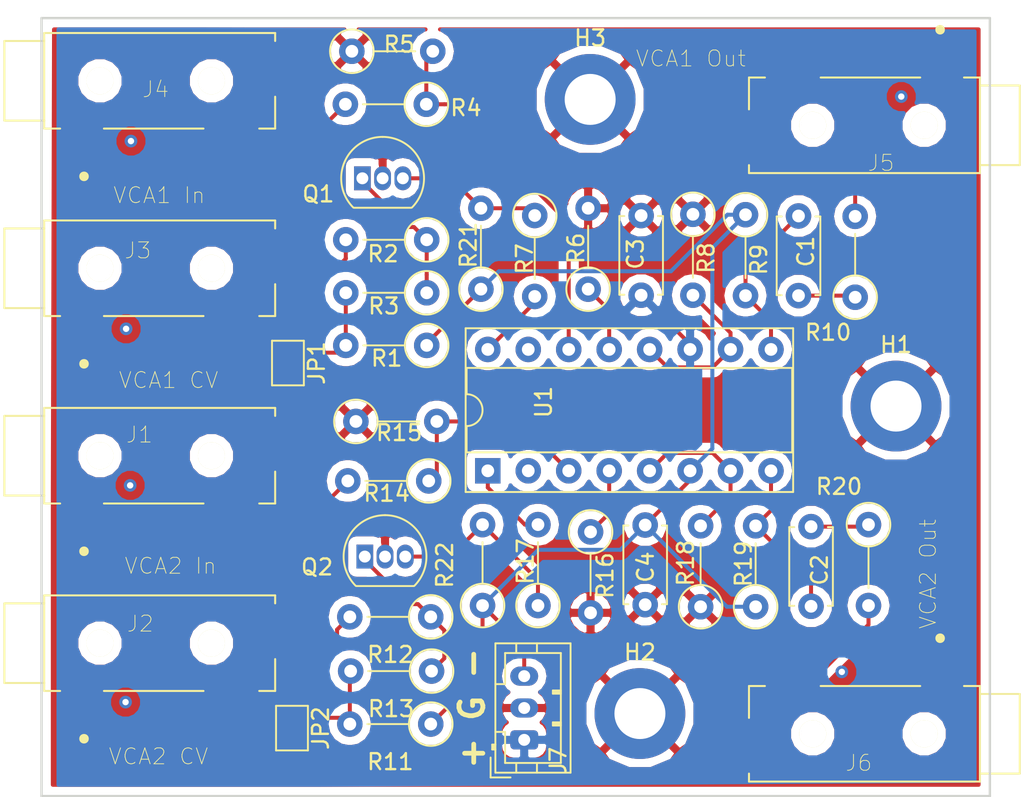
<source format=kicad_pcb>
(kicad_pcb (version 20171130) (host pcbnew "(5.1.0)-1")
  (layers (0 F.Cu signal) (31 B.Cu signal) (34 B.Paste user) (35 F.Paste user) (36 B.SilkS user) (37 F.SilkS user) (38 B.Mask user) (39 F.Mask user) (44 Edge.Cuts user))
  (net 0 "")
  (net 1 "Net-(C1-Pad1)")
  (net 2 "Net-(C1-Pad2)")
  (net 3 "Net-(C2-Pad2)")
  (net 4 "Net-(C2-Pad1)")
  (net 5 GND)
  (net 6 +9V)
  (net 7 -9V)
  (net 8 VCA1_CV2)
  (net 9 VCA1_CV1)
  (net 10 VCA2_CV1)
  (net 11 VCA2_CV2)
  (net 12 "Net-(Q1-Pad1)")
  (net 13 "Net-(Q1-Pad3)")
  (net 14 "Net-(Q2-Pad3)")
  (net 15 "Net-(Q2-Pad1)")
  (net 16 "Net-(R4-Pad1)")
  (net 17 VCA1_In)
  (net 18 "Net-(R6-Pad1)")
  (net 19 "Net-(R7-Pad2)")
  (net 20 "Net-(R8-Pad2)")
  (net 21 VCA1_Out)
  (net 22 VCA2_In)
  (net 23 "Net-(R14-Pad1)")
  (net 24 "Net-(R16-Pad1)")
  (net 25 "Net-(R17-Pad2)")
  (net 26 "Net-(R18-Pad2)")
  (net 27 VCA2_Out)
  (net 28 "Net-(U1-Pad2)")
  (net 29 "Net-(U1-Pad15)")
  (net 30 "Net-(J3-PadTN)")
  (net 31 "Net-(J4-PadTN)")
  (net 32 "Net-(J5-PadTN)")
  (net 33 "Net-(J6-PadTN)")
  (net 34 "Net-(J1-PadTN)")
  (net 35 "Net-(J2-PadTN)")
  (module Connector_JST:JST_PH_B3B-PH-K_1x03_P2.00mm_Vertical (layer F.Cu) (at 115.8494 111.0234 90)
    (fp_text reference J7 (at -1.2954 2.1336 90) (layer F.SilkS))
    (fp_text value Power)
    (fp_line (start -2.06 -1.81) (end -2.06 2.91) (layer F.SilkS) (width 0.12))
    (fp_line (start -2.06 2.91) (end 6.06 2.91) (layer F.SilkS) (width 0.12))
    (fp_line (start 6.06 2.91) (end 6.06 -1.81) (layer F.SilkS) (width 0.12))
    (fp_line (start 6.06 -1.81) (end -2.06 -1.81) (layer F.SilkS) (width 0.12))
    (fp_line (start -0.3 -1.81) (end -0.3 -2.01) (layer F.SilkS) (width 0.12))
    (fp_line (start -0.3 -2.01) (end -0.6 -2.01) (layer F.SilkS) (width 0.12))
    (fp_line (start -0.6 -2.01) (end -0.6 -1.81) (layer F.SilkS) (width 0.12))
    (fp_line (start -0.3 -1.91) (end -0.6 -1.91) (layer F.SilkS) (width 0.12))
    (fp_line (start 0.5 -1.81) (end 0.5 -1.2) (layer F.SilkS) (width 0.12))
    (fp_line (start 0.5 -1.2) (end -1.45 -1.2) (layer F.SilkS) (width 0.12))
    (fp_line (start -1.45 -1.2) (end -1.45 2.3) (layer F.SilkS) (width 0.12))
    (fp_line (start -1.45 2.3) (end 5.45 2.3) (layer F.SilkS) (width 0.12))
    (fp_line (start 5.45 2.3) (end 5.45 -1.2) (layer F.SilkS) (width 0.12))
    (fp_line (start 5.45 -1.2) (end 3.5 -1.2) (layer F.SilkS) (width 0.12))
    (fp_line (start 3.5 -1.2) (end 3.5 -1.81) (layer F.SilkS) (width 0.12))
    (fp_line (start -2.06 -0.5) (end -1.45 -0.5) (layer F.SilkS) (width 0.12))
    (fp_line (start -2.06 0.8) (end -1.45 0.8) (layer F.SilkS) (width 0.12))
    (fp_line (start 6.06 -0.5) (end 5.45 -0.5) (layer F.SilkS) (width 0.12))
    (fp_line (start 6.06 0.8) (end 5.45 0.8) (layer F.SilkS) (width 0.12))
    (fp_line (start 0.9 2.3) (end 0.9 1.8) (layer F.SilkS) (width 0.12))
    (fp_line (start 0.9 1.8) (end 1.1 1.8) (layer F.SilkS) (width 0.12))
    (fp_line (start 1.1 1.8) (end 1.1 2.3) (layer F.SilkS) (width 0.12))
    (fp_line (start 1 2.3) (end 1 1.8) (layer F.SilkS) (width 0.12))
    (fp_line (start 2.9 2.3) (end 2.9 1.8) (layer F.SilkS) (width 0.12))
    (fp_line (start 2.9 1.8) (end 3.1 1.8) (layer F.SilkS) (width 0.12))
    (fp_line (start 3.1 1.8) (end 3.1 2.3) (layer F.SilkS) (width 0.12))
    (fp_line (start 3 2.3) (end 3 1.8) (layer F.SilkS) (width 0.12))
    (fp_line (start -1.11 -2.11) (end -2.36 -2.11) (layer F.SilkS) (width 0.12))
    (fp_line (start -2.36 -2.11) (end -2.36 -0.86) (layer F.SilkS) (width 0.12))
    (pad 1 thru_hole roundrect (at 0 0 90) (size 1.2 1.75) (drill 0.75) (layers *.Cu *.Mask) (roundrect_rratio 0.208333) (net 6 +9V))
    (pad 2 thru_hole oval (at 2 0 90) (size 1.2 1.75) (drill 0.75) (layers *.Cu *.Mask) (net 5 GND))
    (pad 3 thru_hole oval (at 4 0 90) (size 1.2 1.75) (drill 0.75) (layers *.Cu *.Mask) (net 7 -9V))
  )
  (module MountingHole:MountingHole_3.2mm_M3_ISO7380_Pad (layer F.Cu) (at 139.192 90.0684)
    (fp_text reference H1 (at 0 -3.85) (layer F.SilkS))
    (fp_text value MountingHole_Pad)
    (pad 1 thru_hole circle (at 0 0) (size 5.7 5.7) (drill 3.2) (layers *.Cu *.Mask) (net 5 GND))
  )
  (module MountingHole:MountingHole_3.2mm_M3_ISO7380_Pad (layer F.Cu) (at 123.1138 109.3724)
    (fp_text reference H2 (at 0 -3.85) (layer F.SilkS))
    (fp_text value MountingHole_Pad)
    (pad 1 thru_hole circle (at 0 0) (size 5.7 5.7) (drill 3.2) (layers *.Cu *.Mask) (net 5 GND))
  )
  (module MountingHole:MountingHole_3.2mm_M3_ISO7380_Pad (layer F.Cu) (at 119.9896 70.8152)
    (fp_text reference H3 (at 0 -3.85) (layer F.SilkS))
    (fp_text value MountingHole_Pad)
    (pad 1 thru_hole circle (at 0 0) (size 5.7 5.7) (drill 3.2) (layers *.Cu *.Mask) (net 5 GND))
  )
  (module SJ2-3592B-SMT-TR:CUI_SJ2-3592B-SMT-TR (layer F.Cu) (at 137.2108 110.6424 180)
    (fp_text reference J6 (at 0.3556 -1.8288 180) (layer F.SilkS) (effects (font (size 1.00194 1.00194) (thickness 0.05))))
    (fp_text value "VCA2 Out" (at -3.9878 10.033 270) (layer F.SilkS) (effects (font (size 1.00016 1.00016) (thickness 0.05))))
    (fp_circle (center -4.75 6) (end -4.6 6) (layer F.SilkS) (width 0.3))
    (fp_line (start -7.25 -2.5) (end -9.75 -2.5) (layer F.SilkS) (width 0.127))
    (fp_line (start -9.75 -2.5) (end -9.75 2.5) (layer F.SilkS) (width 0.127))
    (fp_line (start -9.75 2.5) (end -7.25 2.5) (layer F.SilkS) (width 0.127))
    (fp_line (start -7.25 2.5) (end -7.25 3) (layer F.SilkS) (width 0.127))
    (fp_line (start -7.25 3) (end -6.25 3) (layer F.SilkS) (width 0.127))
    (fp_line (start -7.25 2.5) (end -7.25 -3) (layer F.SilkS) (width 0.127))
    (fp_line (start -7.25 -3) (end 7.25 -3) (layer F.SilkS) (width 0.127))
    (fp_line (start 7.25 -3) (end 7.25 -2.5) (layer F.SilkS) (width 0.127))
    (fp_line (start 7.25 1) (end 7.25 3) (layer F.SilkS) (width 0.127))
    (fp_line (start 7.25 3) (end 6.25 3) (layer F.SilkS) (width 0.127))
    (fp_line (start -3.5 3) (end 2.75 3) (layer F.SilkS) (width 0.127))
    (pad S smd rect (at -4.85 3.7 180) (size 2.2 2.8) (layers F.Cu F.Paste F.Mask) (net 5 GND))
    (pad T smd rect (at 4.55 3.7 180) (size 2.8 2.8) (layers F.Cu F.Paste F.Mask) (net 27 VCA2_Out))
    (pad TN smd rect (at 8.55 -0.75 180) (size 2.6 2.8) (layers F.Cu F.Paste F.Mask) (net 33 "Net-(J6-PadTN)"))
    (pad Hole np_thru_hole circle (at -3.75 0 180) (size 1.7 1.7) (drill 1.7) (layers *.Cu *.Mask F.SilkS))
    (pad Hole np_thru_hole circle (at 3.25 0 180) (size 1.7 1.7) (drill 1.7) (layers *.Cu *.Mask F.SilkS))
  )
  (module Capacitor_THT:C_Disc_D4.7mm_W2.5mm_P5.00mm (layer F.Cu) (at 133.0706 83.1342 90)
    (fp_text reference C1 (at 2.7686 0.4572 90) (layer F.SilkS))
    (fp_text value 2.2uF)
    (fp_line (start 0.03 -1.37) (end 4.97 -1.37) (layer F.SilkS) (width 0.12))
    (fp_line (start 0.03 1.37) (end 4.97 1.37) (layer F.SilkS) (width 0.12))
    (fp_line (start 0.03 -1.37) (end 0.03 -1.055) (layer F.SilkS) (width 0.12))
    (fp_line (start 0.03 1.055) (end 0.03 1.37) (layer F.SilkS) (width 0.12))
    (fp_line (start 4.97 -1.37) (end 4.97 -1.055) (layer F.SilkS) (width 0.12))
    (fp_line (start 4.97 1.055) (end 4.97 1.37) (layer F.SilkS) (width 0.12))
    (pad 1 thru_hole circle (at 0 0 90) (size 1.6 1.6) (drill 0.8) (layers *.Cu *.Mask) (net 1 "Net-(C1-Pad1)"))
    (pad 2 thru_hole circle (at 5 0 90) (size 1.6 1.6) (drill 0.8) (layers *.Cu *.Mask) (net 2 "Net-(C1-Pad2)"))
  )
  (module Capacitor_THT:C_Disc_D4.7mm_W2.5mm_P5.00mm (layer F.Cu) (at 133.858 97.6376 270)
    (fp_text reference C2 (at 2.7178 -0.5334 270) (layer F.SilkS))
    (fp_text value 2.2uF)
    (fp_line (start 4.97 1.055) (end 4.97 1.37) (layer F.SilkS) (width 0.12))
    (fp_line (start 4.97 -1.37) (end 4.97 -1.055) (layer F.SilkS) (width 0.12))
    (fp_line (start 0.03 1.055) (end 0.03 1.37) (layer F.SilkS) (width 0.12))
    (fp_line (start 0.03 -1.37) (end 0.03 -1.055) (layer F.SilkS) (width 0.12))
    (fp_line (start 0.03 1.37) (end 4.97 1.37) (layer F.SilkS) (width 0.12))
    (fp_line (start 0.03 -1.37) (end 4.97 -1.37) (layer F.SilkS) (width 0.12))
    (pad 2 thru_hole circle (at 5 0 270) (size 1.6 1.6) (drill 0.8) (layers *.Cu *.Mask) (net 3 "Net-(C2-Pad2)"))
    (pad 1 thru_hole circle (at 0 0 270) (size 1.6 1.6) (drill 0.8) (layers *.Cu *.Mask) (net 4 "Net-(C2-Pad1)"))
  )
  (module Capacitor_THT:C_Disc_D4.7mm_W2.5mm_P5.00mm (layer F.Cu) (at 123.19 83.1088 90)
    (fp_text reference C3 (at 2.5908 -0.3556 90) (layer F.SilkS))
    (fp_text value 0.10uF)
    (fp_line (start 4.97 1.055) (end 4.97 1.37) (layer F.SilkS) (width 0.12))
    (fp_line (start 4.97 -1.37) (end 4.97 -1.055) (layer F.SilkS) (width 0.12))
    (fp_line (start 0.03 1.055) (end 0.03 1.37) (layer F.SilkS) (width 0.12))
    (fp_line (start 0.03 -1.37) (end 0.03 -1.055) (layer F.SilkS) (width 0.12))
    (fp_line (start 0.03 1.37) (end 4.97 1.37) (layer F.SilkS) (width 0.12))
    (fp_line (start 0.03 -1.37) (end 4.97 -1.37) (layer F.SilkS) (width 0.12))
    (pad 2 thru_hole circle (at 5 0 90) (size 1.6 1.6) (drill 0.8) (layers *.Cu *.Mask) (net 5 GND))
    (pad 1 thru_hole circle (at 0 0 90) (size 1.6 1.6) (drill 0.8) (layers *.Cu *.Mask) (net 6 +9V))
  )
  (module Capacitor_THT:C_Disc_D4.7mm_W2.5mm_P5.00mm (layer F.Cu) (at 123.444 97.536 270)
    (fp_text reference C4 (at 2.6416 -0.0254 270) (layer F.SilkS))
    (fp_text value 0.10uF)
    (fp_line (start 0.03 -1.37) (end 4.97 -1.37) (layer F.SilkS) (width 0.12))
    (fp_line (start 0.03 1.37) (end 4.97 1.37) (layer F.SilkS) (width 0.12))
    (fp_line (start 0.03 -1.37) (end 0.03 -1.055) (layer F.SilkS) (width 0.12))
    (fp_line (start 0.03 1.055) (end 0.03 1.37) (layer F.SilkS) (width 0.12))
    (fp_line (start 4.97 -1.37) (end 4.97 -1.055) (layer F.SilkS) (width 0.12))
    (fp_line (start 4.97 1.055) (end 4.97 1.37) (layer F.SilkS) (width 0.12))
    (pad 1 thru_hole circle (at 0 0 270) (size 1.6 1.6) (drill 0.8) (layers *.Cu *.Mask) (net 7 -9V))
    (pad 2 thru_hole circle (at 5 0 270) (size 1.6 1.6) (drill 0.8) (layers *.Cu *.Mask) (net 5 GND))
  )
  (module SJ2-3592B-SMT-TR:CUI_SJ2-3592B-SMT-TR (layer F.Cu) (at 92.964 93.184132)
    (fp_text reference J1 (at -1.27 -1.3208) (layer F.SilkS) (effects (font (size 1.00194 1.00194) (thickness 0.05))))
    (fp_text value "VCA2 In" (at 0.6858 6.917268) (layer F.SilkS) (effects (font (size 1.00016 1.00016) (thickness 0.05))))
    (fp_line (start -3.5 3) (end 2.75 3) (layer F.SilkS) (width 0.127))
    (fp_line (start 7.25 3) (end 6.25 3) (layer F.SilkS) (width 0.127))
    (fp_line (start 7.25 1) (end 7.25 3) (layer F.SilkS) (width 0.127))
    (fp_line (start 7.25 -3) (end 7.25 -2.5) (layer F.SilkS) (width 0.127))
    (fp_line (start -7.25 -3) (end 7.25 -3) (layer F.SilkS) (width 0.127))
    (fp_line (start -7.25 2.5) (end -7.25 -3) (layer F.SilkS) (width 0.127))
    (fp_line (start -7.25 3) (end -6.25 3) (layer F.SilkS) (width 0.127))
    (fp_line (start -7.25 2.5) (end -7.25 3) (layer F.SilkS) (width 0.127))
    (fp_line (start -9.75 2.5) (end -7.25 2.5) (layer F.SilkS) (width 0.127))
    (fp_line (start -9.75 -2.5) (end -9.75 2.5) (layer F.SilkS) (width 0.127))
    (fp_line (start -7.25 -2.5) (end -9.75 -2.5) (layer F.SilkS) (width 0.127))
    (fp_circle (center -4.75 6) (end -4.6 6) (layer F.SilkS) (width 0.3))
    (pad Hole np_thru_hole circle (at 3.25 0) (size 1.7 1.7) (drill 1.7) (layers *.Cu *.Mask F.SilkS))
    (pad Hole np_thru_hole circle (at -3.75 0) (size 1.7 1.7) (drill 1.7) (layers *.Cu *.Mask F.SilkS))
    (pad TN smd rect (at 8.55 -0.75) (size 2.6 2.8) (layers F.Cu F.Paste F.Mask) (net 34 "Net-(J1-PadTN)"))
    (pad T smd rect (at 4.55 3.7) (size 2.8 2.8) (layers F.Cu F.Paste F.Mask) (net 22 VCA2_In))
    (pad S smd rect (at -4.85 3.7) (size 2.2 2.8) (layers F.Cu F.Paste F.Mask) (net 5 GND))
  )
  (module SJ2-3592B-SMT-TR:CUI_SJ2-3592B-SMT-TR (layer F.Cu) (at 92.964 104.9528)
    (fp_text reference J2 (at -1.2192 -1.2192) (layer F.SilkS) (effects (font (size 1.00194 1.00194) (thickness 0.05))))
    (fp_text value "VCA2 CV" (at -0.0762 7.112) (layer F.SilkS) (effects (font (size 1.00016 1.00016) (thickness 0.05))))
    (fp_line (start -3.5 3) (end 2.75 3) (layer F.SilkS) (width 0.127))
    (fp_line (start 7.25 3) (end 6.25 3) (layer F.SilkS) (width 0.127))
    (fp_line (start 7.25 1) (end 7.25 3) (layer F.SilkS) (width 0.127))
    (fp_line (start 7.25 -3) (end 7.25 -2.5) (layer F.SilkS) (width 0.127))
    (fp_line (start -7.25 -3) (end 7.25 -3) (layer F.SilkS) (width 0.127))
    (fp_line (start -7.25 2.5) (end -7.25 -3) (layer F.SilkS) (width 0.127))
    (fp_line (start -7.25 3) (end -6.25 3) (layer F.SilkS) (width 0.127))
    (fp_line (start -7.25 2.5) (end -7.25 3) (layer F.SilkS) (width 0.127))
    (fp_line (start -9.75 2.5) (end -7.25 2.5) (layer F.SilkS) (width 0.127))
    (fp_line (start -9.75 -2.5) (end -9.75 2.5) (layer F.SilkS) (width 0.127))
    (fp_line (start -7.25 -2.5) (end -9.75 -2.5) (layer F.SilkS) (width 0.127))
    (fp_circle (center -4.75 6) (end -4.6 6) (layer F.SilkS) (width 0.3))
    (pad Hole np_thru_hole circle (at 3.25 0) (size 1.7 1.7) (drill 1.7) (layers *.Cu *.Mask F.SilkS))
    (pad Hole np_thru_hole circle (at -3.75 0) (size 1.7 1.7) (drill 1.7) (layers *.Cu *.Mask F.SilkS))
    (pad TN smd rect (at 8.55 -0.75) (size 2.6 2.8) (layers F.Cu F.Paste F.Mask) (net 35 "Net-(J2-PadTN)"))
    (pad T smd rect (at 4.55 3.7) (size 2.8 2.8) (layers F.Cu F.Paste F.Mask) (net 10 VCA2_CV1))
    (pad S smd rect (at -4.85 3.7) (size 2.2 2.8) (layers F.Cu F.Paste F.Mask) (net 5 GND))
  )
  (module SJ2-3592B-SMT-TR:CUI_SJ2-3592B-SMT-TR (layer F.Cu) (at 92.964 81.415466)
    (fp_text reference J3 (at -1.3716 -1.1176) (layer F.SilkS) (effects (font (size 1.00194 1.00194) (thickness 0.05))))
    (fp_text value "VCA1 CV" (at 0.5588 7.027334) (layer F.SilkS) (effects (font (size 1.00016 1.00016) (thickness 0.05))))
    (fp_circle (center -4.75 6) (end -4.6 6) (layer F.SilkS) (width 0.3))
    (fp_line (start -7.25 -2.5) (end -9.75 -2.5) (layer F.SilkS) (width 0.127))
    (fp_line (start -9.75 -2.5) (end -9.75 2.5) (layer F.SilkS) (width 0.127))
    (fp_line (start -9.75 2.5) (end -7.25 2.5) (layer F.SilkS) (width 0.127))
    (fp_line (start -7.25 2.5) (end -7.25 3) (layer F.SilkS) (width 0.127))
    (fp_line (start -7.25 3) (end -6.25 3) (layer F.SilkS) (width 0.127))
    (fp_line (start -7.25 2.5) (end -7.25 -3) (layer F.SilkS) (width 0.127))
    (fp_line (start -7.25 -3) (end 7.25 -3) (layer F.SilkS) (width 0.127))
    (fp_line (start 7.25 -3) (end 7.25 -2.5) (layer F.SilkS) (width 0.127))
    (fp_line (start 7.25 1) (end 7.25 3) (layer F.SilkS) (width 0.127))
    (fp_line (start 7.25 3) (end 6.25 3) (layer F.SilkS) (width 0.127))
    (fp_line (start -3.5 3) (end 2.75 3) (layer F.SilkS) (width 0.127))
    (pad S smd rect (at -4.85 3.7) (size 2.2 2.8) (layers F.Cu F.Paste F.Mask) (net 5 GND))
    (pad T smd rect (at 4.55 3.7) (size 2.8 2.8) (layers F.Cu F.Paste F.Mask) (net 9 VCA1_CV1))
    (pad TN smd rect (at 8.55 -0.75) (size 2.6 2.8) (layers F.Cu F.Paste F.Mask) (net 30 "Net-(J3-PadTN)"))
    (pad Hole np_thru_hole circle (at -3.75 0) (size 1.7 1.7) (drill 1.7) (layers *.Cu *.Mask F.SilkS))
    (pad Hole np_thru_hole circle (at 3.25 0) (size 1.7 1.7) (drill 1.7) (layers *.Cu *.Mask F.SilkS))
  )
  (module SJ2-3592B-SMT-TR:CUI_SJ2-3592B-SMT-TR (layer F.Cu) (at 92.964 69.6468)
    (fp_text reference J4 (at -0.254 0.534999) (layer F.SilkS) (effects (font (size 1.00194 1.00194) (thickness 0.05))))
    (fp_text value "VCA1 In" (at -0.0254 7.1882) (layer F.SilkS) (effects (font (size 1.00016 1.00016) (thickness 0.05))))
    (fp_circle (center -4.75 6) (end -4.6 6) (layer F.SilkS) (width 0.3))
    (fp_line (start -7.25 -2.5) (end -9.75 -2.5) (layer F.SilkS) (width 0.127))
    (fp_line (start -9.75 -2.5) (end -9.75 2.5) (layer F.SilkS) (width 0.127))
    (fp_line (start -9.75 2.5) (end -7.25 2.5) (layer F.SilkS) (width 0.127))
    (fp_line (start -7.25 2.5) (end -7.25 3) (layer F.SilkS) (width 0.127))
    (fp_line (start -7.25 3) (end -6.25 3) (layer F.SilkS) (width 0.127))
    (fp_line (start -7.25 2.5) (end -7.25 -3) (layer F.SilkS) (width 0.127))
    (fp_line (start -7.25 -3) (end 7.25 -3) (layer F.SilkS) (width 0.127))
    (fp_line (start 7.25 -3) (end 7.25 -2.5) (layer F.SilkS) (width 0.127))
    (fp_line (start 7.25 1) (end 7.25 3) (layer F.SilkS) (width 0.127))
    (fp_line (start 7.25 3) (end 6.25 3) (layer F.SilkS) (width 0.127))
    (fp_line (start -3.5 3) (end 2.75 3) (layer F.SilkS) (width 0.127))
    (pad S smd rect (at -4.85 3.7) (size 2.2 2.8) (layers F.Cu F.Paste F.Mask) (net 5 GND))
    (pad T smd rect (at 4.55 3.7) (size 2.8 2.8) (layers F.Cu F.Paste F.Mask) (net 17 VCA1_In))
    (pad TN smd rect (at 8.55 -0.75) (size 2.6 2.8) (layers F.Cu F.Paste F.Mask) (net 31 "Net-(J4-PadTN)"))
    (pad Hole np_thru_hole circle (at -3.75 0) (size 1.7 1.7) (drill 1.7) (layers *.Cu *.Mask F.SilkS))
    (pad Hole np_thru_hole circle (at 3.25 0) (size 1.7 1.7) (drill 1.7) (layers *.Cu *.Mask F.SilkS))
  )
  (module SJ2-3592B-SMT-TR:CUI_SJ2-3592B-SMT-TR (layer F.Cu) (at 137.2108 72.4408 180)
    (fp_text reference J5 (at -1.0414 -2.3622 180) (layer F.SilkS) (effects (font (size 1.00194 1.00194) (thickness 0.05))))
    (fp_text value "VCA1 Out" (at 10.8966 4.191 180) (layer F.SilkS) (effects (font (size 1.00016 1.00016) (thickness 0.05))))
    (fp_line (start -3.5 3) (end 2.75 3) (layer F.SilkS) (width 0.127))
    (fp_line (start 7.25 3) (end 6.25 3) (layer F.SilkS) (width 0.127))
    (fp_line (start 7.25 1) (end 7.25 3) (layer F.SilkS) (width 0.127))
    (fp_line (start 7.25 -3) (end 7.25 -2.5) (layer F.SilkS) (width 0.127))
    (fp_line (start -7.25 -3) (end 7.25 -3) (layer F.SilkS) (width 0.127))
    (fp_line (start -7.25 2.5) (end -7.25 -3) (layer F.SilkS) (width 0.127))
    (fp_line (start -7.25 3) (end -6.25 3) (layer F.SilkS) (width 0.127))
    (fp_line (start -7.25 2.5) (end -7.25 3) (layer F.SilkS) (width 0.127))
    (fp_line (start -9.75 2.5) (end -7.25 2.5) (layer F.SilkS) (width 0.127))
    (fp_line (start -9.75 -2.5) (end -9.75 2.5) (layer F.SilkS) (width 0.127))
    (fp_line (start -7.25 -2.5) (end -9.75 -2.5) (layer F.SilkS) (width 0.127))
    (fp_circle (center -4.75 6) (end -4.6 6) (layer F.SilkS) (width 0.3))
    (pad Hole np_thru_hole circle (at 3.25 0 180) (size 1.7 1.7) (drill 1.7) (layers *.Cu *.Mask F.SilkS))
    (pad Hole np_thru_hole circle (at -3.75 0 180) (size 1.7 1.7) (drill 1.7) (layers *.Cu *.Mask F.SilkS))
    (pad TN smd rect (at 8.55 -0.75 180) (size 2.6 2.8) (layers F.Cu F.Paste F.Mask) (net 32 "Net-(J5-PadTN)"))
    (pad T smd rect (at 4.55 3.7 180) (size 2.8 2.8) (layers F.Cu F.Paste F.Mask) (net 21 VCA1_Out))
    (pad S smd rect (at -4.85 3.7 180) (size 2.2 2.8) (layers F.Cu F.Paste F.Mask) (net 5 GND))
  )
  (module Jumper:SolderJumper-2_P1.3mm_Open_Pad1.0x1.5mm (layer F.Cu) (at 101.0158 87.3656 270)
    (fp_text reference JP1 (at 0 -1.8 270) (layer F.SilkS))
    (fp_text value Jumper_NO_Small)
    (fp_line (start -1.4 -1) (end 1.4 -1) (layer F.SilkS) (width 0.12))
    (fp_line (start 1.4 -1) (end 1.4 1) (layer F.SilkS) (width 0.12))
    (fp_line (start 1.4 1) (end -1.4 1) (layer F.SilkS) (width 0.12))
    (fp_line (start -1.4 1) (end -1.4 -1) (layer F.SilkS) (width 0.12))
    (pad 1 smd rect (at -0.65 0 270) (size 1 1.5) (layers F.Cu F.Mask) (net 8 VCA1_CV2))
    (pad 2 smd rect (at 0.65 0 270) (size 1 1.5) (layers F.Cu F.Mask) (net 9 VCA1_CV1))
  )
  (module Jumper:SolderJumper-2_P1.3mm_Open_Pad1.0x1.5mm (layer F.Cu) (at 101.2698 110.2868 270)
    (fp_text reference JP2 (at 0 -1.8 270) (layer F.SilkS))
    (fp_text value Jumper_NO_Small)
    (fp_line (start -1.4 1) (end -1.4 -1) (layer F.SilkS) (width 0.12))
    (fp_line (start 1.4 1) (end -1.4 1) (layer F.SilkS) (width 0.12))
    (fp_line (start 1.4 -1) (end 1.4 1) (layer F.SilkS) (width 0.12))
    (fp_line (start -1.4 -1) (end 1.4 -1) (layer F.SilkS) (width 0.12))
    (pad 2 smd rect (at 0.65 0 270) (size 1 1.5) (layers F.Cu F.Mask) (net 10 VCA2_CV1))
    (pad 1 smd rect (at -0.65 0 270) (size 1 1.5) (layers F.Cu F.Mask) (net 11 VCA2_CV2))
  )
  (module Package_TO_SOT_THT:TO-92_Inline (layer F.Cu) (at 105.6894 75.7682)
    (fp_text reference Q1 (at -2.7686 0.9906) (layer F.SilkS))
    (fp_text value 2N3906)
    (fp_arc (start 1.27 0) (end 1.27 -2.6) (angle 135) (layer F.SilkS) (width 0.12))
    (fp_arc (start 1.27 0) (end 1.27 -2.6) (angle -135) (layer F.SilkS) (width 0.12))
    (fp_line (start -0.53 1.85) (end 3.07 1.85) (layer F.SilkS) (width 0.12))
    (pad 1 thru_hole rect (at 0 0) (size 1.05 1.5) (drill 0.75) (layers *.Cu *.Mask) (net 12 "Net-(Q1-Pad1)"))
    (pad 3 thru_hole oval (at 2.54 0) (size 1.05 1.5) (drill 0.75) (layers *.Cu *.Mask) (net 13 "Net-(Q1-Pad3)"))
    (pad 2 thru_hole oval (at 1.27 0) (size 1.05 1.5) (drill 0.75) (layers *.Cu *.Mask) (net 5 GND))
  )
  (module Package_TO_SOT_THT:TO-92_Inline (layer F.Cu) (at 105.8418 99.5172)
    (fp_text reference Q2 (at -2.9972 0.6604) (layer F.SilkS))
    (fp_text value 2N3906)
    (fp_line (start -0.53 1.85) (end 3.07 1.85) (layer F.SilkS) (width 0.12))
    (fp_arc (start 1.27 0) (end 1.27 -2.6) (angle -135) (layer F.SilkS) (width 0.12))
    (fp_arc (start 1.27 0) (end 1.27 -2.6) (angle 135) (layer F.SilkS) (width 0.12))
    (pad 2 thru_hole oval (at 1.27 0) (size 1.05 1.5) (drill 0.75) (layers *.Cu *.Mask) (net 5 GND))
    (pad 3 thru_hole oval (at 2.54 0) (size 1.05 1.5) (drill 0.75) (layers *.Cu *.Mask) (net 14 "Net-(Q2-Pad3)"))
    (pad 1 thru_hole rect (at 0 0) (size 1.05 1.5) (drill 0.75) (layers *.Cu *.Mask) (net 15 "Net-(Q2-Pad1)"))
  )
  (module Resistor_THT:R_Axial_DIN0207_L6.3mm_D2.5mm_P5.08mm_Vertical (layer F.Cu) (at 109.728 86.2584 180)
    (fp_text reference R1 (at 2.5146 -0.8128 180) (layer F.SilkS))
    (fp_text value 499k)
    (fp_line (start 1.37 0) (end 3.98 0) (layer F.SilkS) (width 0.12))
    (fp_circle (center 0 0) (end 1.37 0) (layer F.SilkS) (width 0.12))
    (pad 2 thru_hole oval (at 5.08 0 180) (size 1.6 1.6) (drill 0.8) (layers *.Cu *.Mask) (net 8 VCA1_CV2))
    (pad 1 thru_hole circle (at 0 0 180) (size 1.6 1.6) (drill 0.8) (layers *.Cu *.Mask) (net 7 -9V))
  )
  (module Resistor_THT:R_Axial_DIN0207_L6.3mm_D2.5mm_P5.08mm_Vertical (layer F.Cu) (at 109.728 79.629 180)
    (fp_text reference R2 (at 2.7432 -0.889 180) (layer F.SilkS))
    (fp_text value 10k)
    (fp_line (start 1.37 0) (end 3.98 0) (layer F.SilkS) (width 0.12))
    (fp_circle (center 0 0) (end 1.37 0) (layer F.SilkS) (width 0.12))
    (pad 2 thru_hole oval (at 5.08 0 180) (size 1.6 1.6) (drill 0.8) (layers *.Cu *.Mask) (net 9 VCA1_CV1))
    (pad 1 thru_hole circle (at 0 0 180) (size 1.6 1.6) (drill 0.8) (layers *.Cu *.Mask) (net 12 "Net-(Q1-Pad1)"))
  )
  (module Resistor_THT:R_Axial_DIN0207_L6.3mm_D2.5mm_P5.08mm_Vertical (layer F.Cu) (at 109.728 82.9564 180)
    (fp_text reference R3 (at 2.6924 -0.8382 180) (layer F.SilkS))
    (fp_text value 10k)
    (fp_circle (center 0 0) (end 1.37 0) (layer F.SilkS) (width 0.12))
    (fp_line (start 1.37 0) (end 3.98 0) (layer F.SilkS) (width 0.12))
    (pad 1 thru_hole circle (at 0 0 180) (size 1.6 1.6) (drill 0.8) (layers *.Cu *.Mask) (net 12 "Net-(Q1-Pad1)"))
    (pad 2 thru_hole oval (at 5.08 0 180) (size 1.6 1.6) (drill 0.8) (layers *.Cu *.Mask) (net 8 VCA1_CV2))
  )
  (module Resistor_THT:R_Axial_DIN0207_L6.3mm_D2.5mm_P5.08mm_Vertical (layer F.Cu) (at 109.7026 71.12 180)
    (fp_text reference R4 (at -2.4892 -0.2286 180) (layer F.SilkS))
    (fp_text value 33.2k)
    (fp_circle (center 0 0) (end 1.37 0) (layer F.SilkS) (width 0.12))
    (fp_line (start 1.37 0) (end 3.98 0) (layer F.SilkS) (width 0.12))
    (pad 1 thru_hole circle (at 0 0 180) (size 1.6 1.6) (drill 0.8) (layers *.Cu *.Mask) (net 16 "Net-(R4-Pad1)"))
    (pad 2 thru_hole oval (at 5.08 0 180) (size 1.6 1.6) (drill 0.8) (layers *.Cu *.Mask) (net 17 VCA1_In))
  )
  (module Resistor_THT:R_Axial_DIN0207_L6.3mm_D2.5mm_P5.08mm_Vertical (layer F.Cu) (at 105.029 67.7926)
    (fp_text reference R5 (at 2.9718 -0.4318) (layer F.SilkS))
    (fp_text value 681R)
    (fp_line (start 1.37 0) (end 3.98 0) (layer F.SilkS) (width 0.12))
    (fp_circle (center 0 0) (end 1.37 0) (layer F.SilkS) (width 0.12))
    (pad 2 thru_hole oval (at 5.08 0) (size 1.6 1.6) (drill 0.8) (layers *.Cu *.Mask) (net 16 "Net-(R4-Pad1)"))
    (pad 1 thru_hole circle (at 0 0) (size 1.6 1.6) (drill 0.8) (layers *.Cu *.Mask) (net 5 GND))
  )
  (module Resistor_THT:R_Axial_DIN0207_L6.3mm_D2.5mm_P5.08mm_Vertical (layer F.Cu) (at 119.8626 82.7278 90)
    (fp_text reference R6 (at 2.5654 -0.762 90) (layer F.SilkS))
    (fp_text value 681R)
    (fp_circle (center 0 0) (end 1.37 0) (layer F.SilkS) (width 0.12))
    (fp_line (start 1.37 0) (end 3.98 0) (layer F.SilkS) (width 0.12))
    (pad 1 thru_hole circle (at 0 0 90) (size 1.6 1.6) (drill 0.8) (layers *.Cu *.Mask) (net 18 "Net-(R6-Pad1)"))
    (pad 2 thru_hole oval (at 5.08 0 90) (size 1.6 1.6) (drill 0.8) (layers *.Cu *.Mask) (net 5 GND))
  )
  (module Resistor_THT:R_Axial_DIN0207_L6.3mm_D2.5mm_P5.08mm_Vertical (layer F.Cu) (at 116.5098 78.105 270)
    (fp_text reference R7 (at 2.7178 0.635 270) (layer F.SilkS))
    (fp_text value 10k)
    (fp_circle (center 0 0) (end 1.37 0) (layer F.SilkS) (width 0.12))
    (fp_line (start 1.37 0) (end 3.98 0) (layer F.SilkS) (width 0.12))
    (pad 1 thru_hole circle (at 0 0 270) (size 1.6 1.6) (drill 0.8) (layers *.Cu *.Mask) (net 13 "Net-(Q1-Pad3)"))
    (pad 2 thru_hole oval (at 5.08 0 270) (size 1.6 1.6) (drill 0.8) (layers *.Cu *.Mask) (net 19 "Net-(R7-Pad2)"))
  )
  (module Resistor_THT:R_Axial_DIN0207_L6.3mm_D2.5mm_P5.08mm_Vertical (layer F.Cu) (at 126.4412 78.0288 270)
    (fp_text reference R8 (at 2.7432 -0.8382 270) (layer F.SilkS))
    (fp_text value 4.99k)
    (fp_line (start 1.37 0) (end 3.98 0) (layer F.SilkS) (width 0.12))
    (fp_circle (center 0 0) (end 1.37 0) (layer F.SilkS) (width 0.12))
    (pad 2 thru_hole oval (at 5.08 0 270) (size 1.6 1.6) (drill 0.8) (layers *.Cu *.Mask) (net 20 "Net-(R8-Pad2)"))
    (pad 1 thru_hole circle (at 0 0 270) (size 1.6 1.6) (drill 0.8) (layers *.Cu *.Mask) (net 5 GND))
  )
  (module Resistor_THT:R_Axial_DIN0207_L6.3mm_D2.5mm_P5.08mm_Vertical (layer F.Cu) (at 129.7432 78.0542 270)
    (fp_text reference R9 (at 2.8194 -0.8382 270) (layer F.SilkS))
    (fp_text value 12,1k)
    (fp_circle (center 0 0) (end 1.37 0) (layer F.SilkS) (width 0.12))
    (fp_line (start 1.37 0) (end 3.98 0) (layer F.SilkS) (width 0.12))
    (pad 1 thru_hole circle (at 0 0 270) (size 1.6 1.6) (drill 0.8) (layers *.Cu *.Mask) (net 7 -9V))
    (pad 2 thru_hole oval (at 5.08 0 270) (size 1.6 1.6) (drill 0.8) (layers *.Cu *.Mask) (net 2 "Net-(C1-Pad2)"))
  )
  (module Resistor_THT:R_Axial_DIN0207_L6.3mm_D2.5mm_P5.08mm_Vertical (layer F.Cu) (at 136.6266 83.2358 90)
    (fp_text reference R10 (at -2.2098 -1.7018 180) (layer F.SilkS))
    (fp_text value 475R)
    (fp_line (start 1.37 0) (end 3.98 0) (layer F.SilkS) (width 0.12))
    (fp_circle (center 0 0) (end 1.37 0) (layer F.SilkS) (width 0.12))
    (pad 2 thru_hole oval (at 5.08 0 90) (size 1.6 1.6) (drill 0.8) (layers *.Cu *.Mask) (net 21 VCA1_Out))
    (pad 1 thru_hole circle (at 0 0 90) (size 1.6 1.6) (drill 0.8) (layers *.Cu *.Mask) (net 1 "Net-(C1-Pad1)"))
  )
  (module Resistor_THT:R_Axial_DIN0207_L6.3mm_D2.5mm_P5.08mm_Vertical (layer F.Cu) (at 109.982 110.0328 180)
    (fp_text reference R11 (at 2.54 -2.37 180) (layer F.SilkS))
    (fp_text value 499k)
    (fp_line (start 1.37 0) (end 3.98 0) (layer F.SilkS) (width 0.12))
    (fp_circle (center 0 0) (end 1.37 0) (layer F.SilkS) (width 0.12))
    (pad 2 thru_hole oval (at 5.08 0 180) (size 1.6 1.6) (drill 0.8) (layers *.Cu *.Mask) (net 11 VCA2_CV2))
    (pad 1 thru_hole circle (at 0 0 180) (size 1.6 1.6) (drill 0.8) (layers *.Cu *.Mask) (net 7 -9V))
  )
  (module Resistor_THT:R_Axial_DIN0207_L6.3mm_D2.5mm_P5.08mm_Vertical (layer F.Cu) (at 109.982 103.3018 180)
    (fp_text reference R12 (at 2.54 -2.37 180) (layer F.SilkS))
    (fp_text value 10k)
    (fp_line (start 1.37 0) (end 3.98 0) (layer F.SilkS) (width 0.12))
    (fp_circle (center 0 0) (end 1.37 0) (layer F.SilkS) (width 0.12))
    (pad 2 thru_hole oval (at 5.08 0 180) (size 1.6 1.6) (drill 0.8) (layers *.Cu *.Mask) (net 10 VCA2_CV1))
    (pad 1 thru_hole circle (at 0 0 180) (size 1.6 1.6) (drill 0.8) (layers *.Cu *.Mask) (net 15 "Net-(Q2-Pad1)"))
  )
  (module Resistor_THT:R_Axial_DIN0207_L6.3mm_D2.5mm_P5.08mm_Vertical (layer F.Cu) (at 110.0328 106.7054 180)
    (fp_text reference R13 (at 2.54 -2.37 180) (layer F.SilkS))
    (fp_text value 10k)
    (fp_circle (center 0 0) (end 1.37 0) (layer F.SilkS) (width 0.12))
    (fp_line (start 1.37 0) (end 3.98 0) (layer F.SilkS) (width 0.12))
    (pad 1 thru_hole circle (at 0 0 180) (size 1.6 1.6) (drill 0.8) (layers *.Cu *.Mask) (net 15 "Net-(Q2-Pad1)"))
    (pad 2 thru_hole oval (at 5.08 0 180) (size 1.6 1.6) (drill 0.8) (layers *.Cu *.Mask) (net 11 VCA2_CV2))
  )
  (module Resistor_THT:R_Axial_DIN0207_L6.3mm_D2.5mm_P5.08mm_Vertical (layer F.Cu) (at 109.855 94.7674 180)
    (fp_text reference R14 (at 2.6416 -0.7874 180) (layer F.SilkS))
    (fp_text value 33.2k)
    (fp_line (start 1.37 0) (end 3.98 0) (layer F.SilkS) (width 0.12))
    (fp_circle (center 0 0) (end 1.37 0) (layer F.SilkS) (width 0.12))
    (pad 2 thru_hole oval (at 5.08 0 180) (size 1.6 1.6) (drill 0.8) (layers *.Cu *.Mask) (net 22 VCA2_In))
    (pad 1 thru_hole circle (at 0 0 180) (size 1.6 1.6) (drill 0.8) (layers *.Cu *.Mask) (net 23 "Net-(R14-Pad1)"))
  )
  (module Resistor_THT:R_Axial_DIN0207_L6.3mm_D2.5mm_P5.08mm_Vertical (layer F.Cu) (at 105.283 91.0336)
    (fp_text reference R15 (at 2.7178 0.7112) (layer F.SilkS))
    (fp_text value 681R)
    (fp_line (start 1.37 0) (end 3.98 0) (layer F.SilkS) (width 0.12))
    (fp_circle (center 0 0) (end 1.37 0) (layer F.SilkS) (width 0.12))
    (pad 2 thru_hole oval (at 5.08 0) (size 1.6 1.6) (drill 0.8) (layers *.Cu *.Mask) (net 23 "Net-(R14-Pad1)"))
    (pad 1 thru_hole circle (at 0 0) (size 1.6 1.6) (drill 0.8) (layers *.Cu *.Mask) (net 5 GND))
  )
  (module Resistor_THT:R_Axial_DIN0207_L6.3mm_D2.5mm_P5.08mm_Vertical (layer F.Cu) (at 120.015 97.9678 270)
    (fp_text reference R16 (at 2.7432 -0.9144 270) (layer F.SilkS))
    (fp_text value 681R)
    (fp_circle (center 0 0) (end 1.37 0) (layer F.SilkS) (width 0.12))
    (fp_line (start 1.37 0) (end 3.98 0) (layer F.SilkS) (width 0.12))
    (pad 1 thru_hole circle (at 0 0 270) (size 1.6 1.6) (drill 0.8) (layers *.Cu *.Mask) (net 24 "Net-(R16-Pad1)"))
    (pad 2 thru_hole oval (at 5.08 0 270) (size 1.6 1.6) (drill 0.8) (layers *.Cu *.Mask) (net 5 GND))
  )
  (module Resistor_THT:R_Axial_DIN0207_L6.3mm_D2.5mm_P5.08mm_Vertical (layer F.Cu) (at 116.713 102.5906 90)
    (fp_text reference R17 (at 2.7686 -0.7874 90) (layer F.SilkS))
    (fp_text value 10k)
    (fp_circle (center 0 0) (end 1.37 0) (layer F.SilkS) (width 0.12))
    (fp_line (start 1.37 0) (end 3.98 0) (layer F.SilkS) (width 0.12))
    (pad 1 thru_hole circle (at 0 0 90) (size 1.6 1.6) (drill 0.8) (layers *.Cu *.Mask) (net 14 "Net-(Q2-Pad3)"))
    (pad 2 thru_hole oval (at 5.08 0 90) (size 1.6 1.6) (drill 0.8) (layers *.Cu *.Mask) (net 25 "Net-(R17-Pad2)"))
  )
  (module Resistor_THT:R_Axial_DIN0207_L6.3mm_D2.5mm_P5.08mm_Vertical (layer F.Cu) (at 126.9238 102.6668 90)
    (fp_text reference R18 (at 2.7432 -0.9398 90) (layer F.SilkS))
    (fp_text value 4.99k)
    (fp_circle (center 0 0) (end 1.37 0) (layer F.SilkS) (width 0.12))
    (fp_line (start 1.37 0) (end 3.98 0) (layer F.SilkS) (width 0.12))
    (pad 1 thru_hole circle (at 0 0 90) (size 1.6 1.6) (drill 0.8) (layers *.Cu *.Mask) (net 5 GND))
    (pad 2 thru_hole oval (at 5.08 0 90) (size 1.6 1.6) (drill 0.8) (layers *.Cu *.Mask) (net 26 "Net-(R18-Pad2)"))
  )
  (module Resistor_THT:R_Axial_DIN0207_L6.3mm_D2.5mm_P5.08mm_Vertical (layer F.Cu) (at 130.3782 102.6668 90)
    (fp_text reference R19 (at 2.6924 -0.762 90) (layer F.SilkS))
    (fp_text value 12,1k)
    (fp_line (start 1.37 0) (end 3.98 0) (layer F.SilkS) (width 0.12))
    (fp_circle (center 0 0) (end 1.37 0) (layer F.SilkS) (width 0.12))
    (pad 2 thru_hole oval (at 5.08 0 90) (size 1.6 1.6) (drill 0.8) (layers *.Cu *.Mask) (net 3 "Net-(C2-Pad2)"))
    (pad 1 thru_hole circle (at 0 0 90) (size 1.6 1.6) (drill 0.8) (layers *.Cu *.Mask) (net 7 -9V))
  )
  (module Resistor_THT:R_Axial_DIN0207_L6.3mm_D2.5mm_P5.08mm_Vertical (layer F.Cu) (at 137.4648 97.5106 270)
    (fp_text reference R20 (at -2.3876 1.8542) (layer F.SilkS))
    (fp_text value 475R)
    (fp_circle (center 0 0) (end 1.37 0) (layer F.SilkS) (width 0.12))
    (fp_line (start 1.37 0) (end 3.98 0) (layer F.SilkS) (width 0.12))
    (pad 1 thru_hole circle (at 0 0 270) (size 1.6 1.6) (drill 0.8) (layers *.Cu *.Mask) (net 4 "Net-(C2-Pad1)"))
    (pad 2 thru_hole oval (at 5.08 0 270) (size 1.6 1.6) (drill 0.8) (layers *.Cu *.Mask) (net 27 VCA2_Out))
  )
  (module Resistor_THT:R_Axial_DIN0207_L6.3mm_D2.5mm_P5.08mm_Vertical (layer F.Cu) (at 113.1316 82.7278 90)
    (fp_text reference R21 (at 2.7686 -0.7874 90) (layer F.SilkS))
    (fp_text value 4.75M)
    (fp_line (start 1.37 0) (end 3.98 0) (layer F.SilkS) (width 0.12))
    (fp_circle (center 0 0) (end 1.37 0) (layer F.SilkS) (width 0.12))
    (pad 2 thru_hole oval (at 5.08 0 90) (size 1.6 1.6) (drill 0.8) (layers *.Cu *.Mask) (net 13 "Net-(Q1-Pad3)"))
    (pad 1 thru_hole circle (at 0 0 90) (size 1.6 1.6) (drill 0.8) (layers *.Cu *.Mask) (net 7 -9V))
  )
  (module Resistor_THT:R_Axial_DIN0207_L6.3mm_D2.5mm_P5.08mm_Vertical (layer F.Cu) (at 113.2332 102.5906 90)
    (fp_text reference R22 (at 2.54 -2.37 90) (layer F.SilkS))
    (fp_text value 4.75M)
    (fp_circle (center 0 0) (end 1.37 0) (layer F.SilkS) (width 0.12))
    (fp_line (start 1.37 0) (end 3.98 0) (layer F.SilkS) (width 0.12))
    (pad 1 thru_hole circle (at 0 0 90) (size 1.6 1.6) (drill 0.8) (layers *.Cu *.Mask) (net 7 -9V))
    (pad 2 thru_hole oval (at 5.08 0 90) (size 1.6 1.6) (drill 0.8) (layers *.Cu *.Mask) (net 14 "Net-(Q2-Pad3)"))
  )
  (module Package_DIP:DIP-16_W7.62mm_Socket (layer F.Cu) (at 113.5634 94.1324 90)
    (fp_text reference U1 (at 4.318 3.5052 90) (layer F.SilkS))
    (fp_text value LM13700)
    (fp_arc (start 3.81 -1.33) (end 2.81 -1.33) (angle -180) (layer F.SilkS) (width 0.12))
    (fp_line (start 2.81 -1.33) (end 1.16 -1.33) (layer F.SilkS) (width 0.12))
    (fp_line (start 1.16 -1.33) (end 1.16 19.11) (layer F.SilkS) (width 0.12))
    (fp_line (start 1.16 19.11) (end 6.46 19.11) (layer F.SilkS) (width 0.12))
    (fp_line (start 6.46 19.11) (end 6.46 -1.33) (layer F.SilkS) (width 0.12))
    (fp_line (start 6.46 -1.33) (end 4.81 -1.33) (layer F.SilkS) (width 0.12))
    (fp_line (start -1.33 -1.39) (end -1.33 19.17) (layer F.SilkS) (width 0.12))
    (fp_line (start -1.33 19.17) (end 8.95 19.17) (layer F.SilkS) (width 0.12))
    (fp_line (start 8.95 19.17) (end 8.95 -1.39) (layer F.SilkS) (width 0.12))
    (fp_line (start 8.95 -1.39) (end -1.33 -1.39) (layer F.SilkS) (width 0.12))
    (pad 1 thru_hole rect (at 0 0 90) (size 1.6 1.6) (drill 0.8) (layers *.Cu *.Mask) (net 25 "Net-(R17-Pad2)"))
    (pad 9 thru_hole oval (at 7.62 17.78 90) (size 1.6 1.6) (drill 0.8) (layers *.Cu *.Mask) (net 2 "Net-(C1-Pad2)"))
    (pad 2 thru_hole oval (at 0 2.54 90) (size 1.6 1.6) (drill 0.8) (layers *.Cu *.Mask) (net 28 "Net-(U1-Pad2)"))
    (pad 10 thru_hole oval (at 7.62 15.24 90) (size 1.6 1.6) (drill 0.8) (layers *.Cu *.Mask) (net 20 "Net-(R8-Pad2)"))
    (pad 3 thru_hole oval (at 0 5.08 90) (size 1.6 1.6) (drill 0.8) (layers *.Cu *.Mask) (net 23 "Net-(R14-Pad1)"))
    (pad 11 thru_hole oval (at 7.62 12.7 90) (size 1.6 1.6) (drill 0.8) (layers *.Cu *.Mask) (net 6 +9V))
    (pad 4 thru_hole oval (at 0 7.62 90) (size 1.6 1.6) (drill 0.8) (layers *.Cu *.Mask) (net 24 "Net-(R16-Pad1)"))
    (pad 12 thru_hole oval (at 7.62 10.16 90) (size 1.6 1.6) (drill 0.8) (layers *.Cu *.Mask) (net 20 "Net-(R8-Pad2)"))
    (pad 5 thru_hole oval (at 0 10.16 90) (size 1.6 1.6) (drill 0.8) (layers *.Cu *.Mask) (net 26 "Net-(R18-Pad2)"))
    (pad 13 thru_hole oval (at 7.62 7.62 90) (size 1.6 1.6) (drill 0.8) (layers *.Cu *.Mask) (net 18 "Net-(R6-Pad1)"))
    (pad 6 thru_hole oval (at 0 12.7 90) (size 1.6 1.6) (drill 0.8) (layers *.Cu *.Mask) (net 7 -9V))
    (pad 14 thru_hole oval (at 7.62 5.08 90) (size 1.6 1.6) (drill 0.8) (layers *.Cu *.Mask) (net 16 "Net-(R4-Pad1)"))
    (pad 7 thru_hole oval (at 0 15.24 90) (size 1.6 1.6) (drill 0.8) (layers *.Cu *.Mask) (net 26 "Net-(R18-Pad2)"))
    (pad 15 thru_hole oval (at 7.62 2.54 90) (size 1.6 1.6) (drill 0.8) (layers *.Cu *.Mask) (net 29 "Net-(U1-Pad15)"))
    (pad 8 thru_hole oval (at 0 17.78 90) (size 1.6 1.6) (drill 0.8) (layers *.Cu *.Mask) (net 3 "Net-(C2-Pad2)"))
    (pad 16 thru_hole oval (at 7.62 0 90) (size 1.6 1.6) (drill 0.8) (layers *.Cu *.Mask) (net 19 "Net-(R7-Pad2)"))
  )
  (gr_text "+ G -" (at 112.5728 109.0422 90) (layer F.SilkS) (effects (font (size 1.5 1.5) (thickness 0.3))))
  (gr_line (start 85.5472 114.554) (end 85.5472 65.7098) (layer Edge.Cuts) (width 0.15))
  (gr_line (start 145.0848 114.554) (end 85.5472 114.554) (layer Edge.Cuts) (width 0.15))
  (gr_line (start 145.0848 65.7098) (end 145.0848 114.554) (layer Edge.Cuts) (width 0.15))
  (gr_line (start 85.5472 65.7098) (end 145.0848 65.7098) (layer Edge.Cuts) (width 0.15))
  (segment (start 136.525 83.1342) (end 136.6266 83.2358) (width 0.25) (layer F.Cu) (net 1))
  (segment (start 133.0706 83.1342) (end 136.525 83.1342) (width 0.25) (layer F.Cu) (net 1))
  (segment (start 131.3434 84.7344) (end 131.3434 86.5124) (width 0.25) (layer F.Cu) (net 2))
  (segment (start 129.7432 83.1342) (end 131.3434 84.7344) (width 0.25) (layer F.Cu) (net 2))
  (segment (start 129.7432 81.4616) (end 129.7432 83.1342) (width 0.25) (layer F.Cu) (net 2))
  (segment (start 133.0706 78.1342) (end 129.7432 81.4616) (width 0.25) (layer F.Cu) (net 2))
  (segment (start 133.858 101.0666) (end 130.3782 97.5868) (width 0.25) (layer F.Cu) (net 3))
  (segment (start 133.858 102.6376) (end 133.858 101.0666) (width 0.25) (layer F.Cu) (net 3))
  (segment (start 131.3434 96.6216) (end 131.3434 94.1324) (width 0.25) (layer F.Cu) (net 3))
  (segment (start 130.3782 97.5868) (end 131.3434 96.6216) (width 0.25) (layer F.Cu) (net 3))
  (segment (start 137.3378 97.6376) (end 137.4648 97.5106) (width 0.25) (layer F.Cu) (net 4))
  (segment (start 133.858 97.6376) (end 137.3378 97.6376) (width 0.25) (layer F.Cu) (net 4))
  (via (at 135.7884 106.7562) (size 0.8) (drill 0.4) (layers F.Cu B.Cu) (net 5))
  (via (at 91.1098 95.0468) (size 0.8) (drill 0.4) (layers F.Cu B.Cu) (net 5))
  (via (at 90.8558 85.217) (size 0.8) (drill 0.4) (layers F.Cu B.Cu) (net 5))
  (via (at 91.1606 73.4314) (size 0.8) (drill 0.4) (layers F.Cu B.Cu) (net 5))
  (via (at 139.5222 70.6374) (size 0.8) (drill 0.4) (layers F.Cu B.Cu) (net 5))
  (segment (start 88.114 108.6528) (end 90.822 108.6528) (width 0.25) (layer F.Cu) (net 5))
  (segment (start 90.822 108.6528) (end 90.822 108.6528) (width 0.25) (layer F.Cu) (net 5))
  (via (at 90.822 108.6528) (size 0.8) (drill 0.4) (layers F.Cu B.Cu) (net 5))
  (segment (start 141.4188 68.7408) (end 142.0608 68.7408) (width 0.25) (layer F.Cu) (net 5))
  (segment (start 139.5222 70.6374) (end 141.4188 68.7408) (width 0.25) (layer F.Cu) (net 5))
  (segment (start 91.076 73.3468) (end 91.1606 73.4314) (width 0.25) (layer F.Cu) (net 5))
  (segment (start 88.114 73.3468) (end 91.076 73.3468) (width 0.25) (layer F.Cu) (net 5))
  (segment (start 90.754266 85.115466) (end 90.8558 85.217) (width 0.25) (layer F.Cu) (net 5))
  (segment (start 88.114 85.115466) (end 90.754266 85.115466) (width 0.25) (layer F.Cu) (net 5))
  (segment (start 90.544115 95.0468) (end 91.1098 95.0468) (width 0.25) (layer F.Cu) (net 5))
  (segment (start 89.651332 95.0468) (end 90.544115 95.0468) (width 0.25) (layer F.Cu) (net 5))
  (segment (start 88.114 96.584132) (end 89.651332 95.0468) (width 0.25) (layer F.Cu) (net 5))
  (segment (start 88.114 96.884132) (end 88.114 96.584132) (width 0.25) (layer F.Cu) (net 5))
  (segment (start 135.9746 106.9424) (end 135.7884 106.7562) (width 0.25) (layer F.Cu) (net 5))
  (segment (start 142.0608 106.9424) (end 135.9746 106.9424) (width 0.25) (layer F.Cu) (net 5))
  (segment (start 126.2634 86.1822) (end 126.2634 86.5124) (width 0.25) (layer F.Cu) (net 6))
  (segment (start 123.19 83.1088) (end 126.2634 86.1822) (width 0.25) (layer F.Cu) (net 6))
  (segment (start 126.2634 94.7166) (end 126.2634 94.1324) (width 0.25) (layer F.Cu) (net 7))
  (segment (start 123.444 97.536) (end 126.2634 94.7166) (width 0.25) (layer F.Cu) (net 7))
  (segment (start 113.2332 106.7816) (end 113.2332 102.5906) (width 0.25) (layer F.Cu) (net 7))
  (segment (start 109.982 110.0328) (end 113.2332 106.7816) (width 0.25) (layer F.Cu) (net 7))
  (segment (start 109.728 86.1314) (end 109.728 86.2584) (width 0.25) (layer F.Cu) (net 7))
  (segment (start 113.1316 82.7278) (end 109.728 86.1314) (width 0.25) (layer F.Cu) (net 7))
  (segment (start 113.931599 81.927801) (end 113.1316 82.7278) (width 0.25) (layer B.Cu) (net 7))
  (segment (start 114.256601 81.602799) (end 113.931599 81.927801) (width 0.25) (layer B.Cu) (net 7))
  (segment (start 125.063231 81.602799) (end 114.256601 81.602799) (width 0.25) (layer B.Cu) (net 7))
  (segment (start 128.61183 78.0542) (end 125.063231 81.602799) (width 0.25) (layer B.Cu) (net 7))
  (segment (start 129.7432 78.0542) (end 128.61183 78.0542) (width 0.25) (layer B.Cu) (net 7))
  (segment (start 128.943201 78.854199) (end 129.7432 78.0542) (width 0.25) (layer B.Cu) (net 7))
  (segment (start 127.6604 80.137) (end 128.943201 78.854199) (width 0.25) (layer B.Cu) (net 7))
  (segment (start 127.6604 92.7354) (end 127.6604 80.137) (width 0.25) (layer B.Cu) (net 7))
  (segment (start 126.2634 94.1324) (end 127.6604 92.7354) (width 0.25) (layer B.Cu) (net 7))
  (segment (start 122.644001 98.335999) (end 123.444 97.536) (width 0.25) (layer B.Cu) (net 7))
  (segment (start 121.887199 99.092801) (end 122.644001 98.335999) (width 0.25) (layer B.Cu) (net 7))
  (segment (start 116.730999 99.092801) (end 121.887199 99.092801) (width 0.25) (layer B.Cu) (net 7))
  (segment (start 113.2332 102.5906) (end 116.730999 99.092801) (width 0.25) (layer B.Cu) (net 7))
  (segment (start 128.5748 102.6668) (end 130.3782 102.6668) (width 0.25) (layer B.Cu) (net 7))
  (segment (start 123.444 97.536) (end 128.5748 102.6668) (width 0.25) (layer B.Cu) (net 7))
  (segment (start 115.8494 105.2068) (end 113.2332 102.5906) (width 0.25) (layer F.Cu) (net 7))
  (segment (start 115.8494 107.0234) (end 115.8494 105.2068) (width 0.25) (layer F.Cu) (net 7))
  (segment (start 104.648 82.9564) (end 104.648 86.2584) (width 0.25) (layer F.Cu) (net 8))
  (segment (start 104.1908 86.7156) (end 104.648 86.2584) (width 0.25) (layer F.Cu) (net 8))
  (segment (start 101.0158 86.7156) (end 104.1908 86.7156) (width 0.25) (layer F.Cu) (net 8))
  (segment (start 97.514 86.765466) (end 97.514 85.115466) (width 0.25) (layer F.Cu) (net 9))
  (segment (start 98.764134 88.0156) (end 97.514 86.765466) (width 0.25) (layer F.Cu) (net 9))
  (segment (start 101.0158 88.0156) (end 98.764134 88.0156) (width 0.25) (layer F.Cu) (net 9))
  (segment (start 104.648 80.76037) (end 104.648 79.629) (width 0.25) (layer F.Cu) (net 9))
  (segment (start 104.648 80.816468) (end 104.648 80.76037) (width 0.25) (layer F.Cu) (net 9))
  (segment (start 100.349002 85.115466) (end 104.648 80.816468) (width 0.25) (layer F.Cu) (net 9))
  (segment (start 97.514 85.115466) (end 100.349002 85.115466) (width 0.25) (layer F.Cu) (net 9))
  (segment (start 100.2698 110.9368) (end 101.2698 110.9368) (width 0.25) (layer F.Cu) (net 10))
  (segment (start 98.148 110.9368) (end 100.2698 110.9368) (width 0.25) (layer F.Cu) (net 10))
  (segment (start 97.514 110.3028) (end 98.148 110.9368) (width 0.25) (layer F.Cu) (net 10))
  (segment (start 97.514 108.6528) (end 97.514 110.3028) (width 0.25) (layer F.Cu) (net 10))
  (segment (start 104.102001 104.101799) (end 104.902 103.3018) (width 0.25) (layer F.Cu) (net 10))
  (segment (start 104.102001 104.899801) (end 104.102001 104.101799) (width 0.25) (layer F.Cu) (net 10))
  (segment (start 100.349002 108.6528) (end 104.102001 104.899801) (width 0.25) (layer F.Cu) (net 10))
  (segment (start 97.514 108.6528) (end 100.349002 108.6528) (width 0.25) (layer F.Cu) (net 10))
  (segment (start 104.506 109.6368) (end 104.902 110.0328) (width 0.25) (layer F.Cu) (net 11))
  (segment (start 101.2698 109.6368) (end 104.506 109.6368) (width 0.25) (layer F.Cu) (net 11))
  (segment (start 104.902 106.7562) (end 104.9528 106.7054) (width 0.25) (layer F.Cu) (net 11))
  (segment (start 104.902 110.0328) (end 104.902 106.7562) (width 0.25) (layer F.Cu) (net 11))
  (segment (start 109.728 81.82503) (end 109.728 79.629) (width 0.25) (layer F.Cu) (net 12))
  (segment (start 109.728 82.9564) (end 109.728 81.82503) (width 0.25) (layer F.Cu) (net 12))
  (segment (start 105.6894 75.9932) (end 105.6894 75.7682) (width 0.25) (layer F.Cu) (net 12))
  (segment (start 108.525201 78.829001) (end 105.6894 75.9932) (width 0.25) (layer F.Cu) (net 12))
  (segment (start 108.928001 78.829001) (end 108.525201 78.829001) (width 0.25) (layer F.Cu) (net 12))
  (segment (start 109.728 79.629) (end 108.928001 78.829001) (width 0.25) (layer F.Cu) (net 12))
  (segment (start 111.252 75.7682) (end 113.1316 77.6478) (width 0.25) (layer F.Cu) (net 13))
  (segment (start 108.2294 75.7682) (end 111.252 75.7682) (width 0.25) (layer F.Cu) (net 13))
  (segment (start 116.0526 77.6478) (end 116.5098 78.105) (width 0.25) (layer F.Cu) (net 13))
  (segment (start 113.1316 77.6478) (end 116.0526 77.6478) (width 0.25) (layer F.Cu) (net 13))
  (segment (start 111.2266 99.5172) (end 113.2332 97.5106) (width 0.25) (layer F.Cu) (net 14))
  (segment (start 108.3818 99.5172) (end 111.2266 99.5172) (width 0.25) (layer F.Cu) (net 14))
  (segment (start 116.713 100.9904) (end 116.713 102.5906) (width 0.25) (layer F.Cu) (net 14))
  (segment (start 113.2332 97.5106) (end 116.713 100.9904) (width 0.25) (layer F.Cu) (net 14))
  (segment (start 110.781999 104.101799) (end 109.982 103.3018) (width 0.25) (layer F.Cu) (net 15))
  (segment (start 110.832799 104.152599) (end 110.781999 104.101799) (width 0.25) (layer F.Cu) (net 15))
  (segment (start 110.832799 105.905401) (end 110.832799 104.152599) (width 0.25) (layer F.Cu) (net 15))
  (segment (start 110.0328 106.7054) (end 110.832799 105.905401) (width 0.25) (layer F.Cu) (net 15))
  (segment (start 105.8418 99.7422) (end 105.8418 99.5172) (width 0.25) (layer F.Cu) (net 15))
  (segment (start 108.601401 102.501801) (end 105.8418 99.7422) (width 0.25) (layer F.Cu) (net 15))
  (segment (start 109.182001 102.501801) (end 108.601401 102.501801) (width 0.25) (layer F.Cu) (net 15))
  (segment (start 109.982 103.3018) (end 109.182001 102.501801) (width 0.25) (layer F.Cu) (net 15))
  (segment (start 109.7026 68.199) (end 110.109 67.7926) (width 0.25) (layer F.Cu) (net 16))
  (segment (start 109.7026 71.12) (end 109.7026 68.199) (width 0.25) (layer F.Cu) (net 16))
  (segment (start 110.83397 71.12) (end 109.7026 71.12) (width 0.25) (layer F.Cu) (net 16))
  (segment (start 111.189802 71.12) (end 110.83397 71.12) (width 0.25) (layer F.Cu) (net 16))
  (segment (start 118.6434 78.573598) (end 111.189802 71.12) (width 0.25) (layer F.Cu) (net 16))
  (segment (start 118.6434 86.5124) (end 118.6434 78.573598) (width 0.25) (layer F.Cu) (net 16))
  (segment (start 102.3958 73.3468) (end 104.6226 71.12) (width 0.25) (layer F.Cu) (net 17))
  (segment (start 97.514 73.3468) (end 102.3958 73.3468) (width 0.25) (layer F.Cu) (net 17))
  (segment (start 121.1834 84.0486) (end 121.1834 86.5124) (width 0.25) (layer F.Cu) (net 18))
  (segment (start 119.8626 82.7278) (end 121.1834 84.0486) (width 0.25) (layer F.Cu) (net 18))
  (segment (start 116.5098 83.566) (end 116.5098 83.185) (width 0.25) (layer F.Cu) (net 19))
  (segment (start 113.5634 86.5124) (end 116.5098 83.566) (width 0.25) (layer F.Cu) (net 19))
  (segment (start 128.8034 85.471) (end 128.8034 86.5124) (width 0.25) (layer F.Cu) (net 20))
  (segment (start 126.4412 83.1088) (end 128.8034 85.471) (width 0.25) (layer F.Cu) (net 20))
  (segment (start 128.003401 87.312399) (end 128.8034 86.5124) (width 0.25) (layer F.Cu) (net 20))
  (segment (start 127.678399 87.637401) (end 128.003401 87.312399) (width 0.25) (layer F.Cu) (net 20))
  (segment (start 124.848401 87.637401) (end 127.678399 87.637401) (width 0.25) (layer F.Cu) (net 20))
  (segment (start 123.7234 86.5124) (end 124.848401 87.637401) (width 0.25) (layer F.Cu) (net 20))
  (segment (start 134.3108 68.7408) (end 132.6608 68.7408) (width 0.25) (layer F.Cu) (net 21))
  (segment (start 136.6266 71.0566) (end 134.3108 68.7408) (width 0.25) (layer F.Cu) (net 21))
  (segment (start 136.6266 78.1558) (end 136.6266 71.0566) (width 0.25) (layer F.Cu) (net 21))
  (segment (start 102.658268 96.884132) (end 104.775 94.7674) (width 0.25) (layer F.Cu) (net 22))
  (segment (start 97.514 96.884132) (end 102.658268 96.884132) (width 0.25) (layer F.Cu) (net 22))
  (segment (start 110.363 94.2594) (end 109.855 94.7674) (width 0.25) (layer F.Cu) (net 23))
  (segment (start 110.363 91.0336) (end 110.363 94.2594) (width 0.25) (layer F.Cu) (net 23))
  (segment (start 115.5446 91.0336) (end 118.6434 94.1324) (width 0.25) (layer F.Cu) (net 23))
  (segment (start 110.363 91.0336) (end 115.5446 91.0336) (width 0.25) (layer F.Cu) (net 23))
  (segment (start 121.1834 96.7994) (end 121.1834 94.1324) (width 0.25) (layer F.Cu) (net 24))
  (segment (start 120.015 97.9678) (end 121.1834 96.7994) (width 0.25) (layer F.Cu) (net 24))
  (segment (start 115.8916 97.5106) (end 116.713 97.5106) (width 0.25) (layer F.Cu) (net 25))
  (segment (start 113.5634 95.1824) (end 115.8916 97.5106) (width 0.25) (layer F.Cu) (net 25))
  (segment (start 113.5634 94.1324) (end 113.5634 95.1824) (width 0.25) (layer F.Cu) (net 25))
  (segment (start 128.8034 95.7072) (end 128.8034 94.1324) (width 0.25) (layer F.Cu) (net 26))
  (segment (start 126.9238 97.5868) (end 128.8034 95.7072) (width 0.25) (layer F.Cu) (net 26))
  (segment (start 124.523399 93.332401) (end 123.7234 94.1324) (width 0.25) (layer F.Cu) (net 26))
  (segment (start 124.848401 93.007399) (end 124.523399 93.332401) (width 0.25) (layer F.Cu) (net 26))
  (segment (start 127.678399 93.007399) (end 124.848401 93.007399) (width 0.25) (layer F.Cu) (net 26))
  (segment (start 128.8034 94.1324) (end 127.678399 93.007399) (width 0.25) (layer F.Cu) (net 26))
  (segment (start 137.4648 103.72197) (end 137.4648 102.5906) (width 0.25) (layer F.Cu) (net 27))
  (segment (start 137.4648 103.7884) (end 137.4648 103.72197) (width 0.25) (layer F.Cu) (net 27))
  (segment (start 134.3108 106.9424) (end 137.4648 103.7884) (width 0.25) (layer F.Cu) (net 27))
  (segment (start 132.6608 106.9424) (end 134.3108 106.9424) (width 0.25) (layer F.Cu) (net 27))
  (zone (net 5) (net_name GND) (layer F.Cu) (connect_pads (clearance 0.508)) (min_thickness 0.254) (fill yes (arc_segments 16) (thermal_gap 0.508) (thermal_bridge_width 0.508))
    (polygon (pts (xy 86.2076 65.8622) (xy 144.526 65.9384) (xy 144.8054 114.1476) (xy 86.0806 114.2746)))
  )
  (zone (net 6) (net_name +9V) (layer B.Cu) (connect_pads (clearance 0.508)) (min_thickness 0.254) (fill yes (arc_segments 16) (thermal_gap 0.508) (thermal_bridge_width 0.508))
    (polygon (pts (xy 86.487 114.0714) (xy 144.2466 113.7158) (xy 144.2466 66.421) (xy 86.487 66.2686)))
  )
)
</source>
